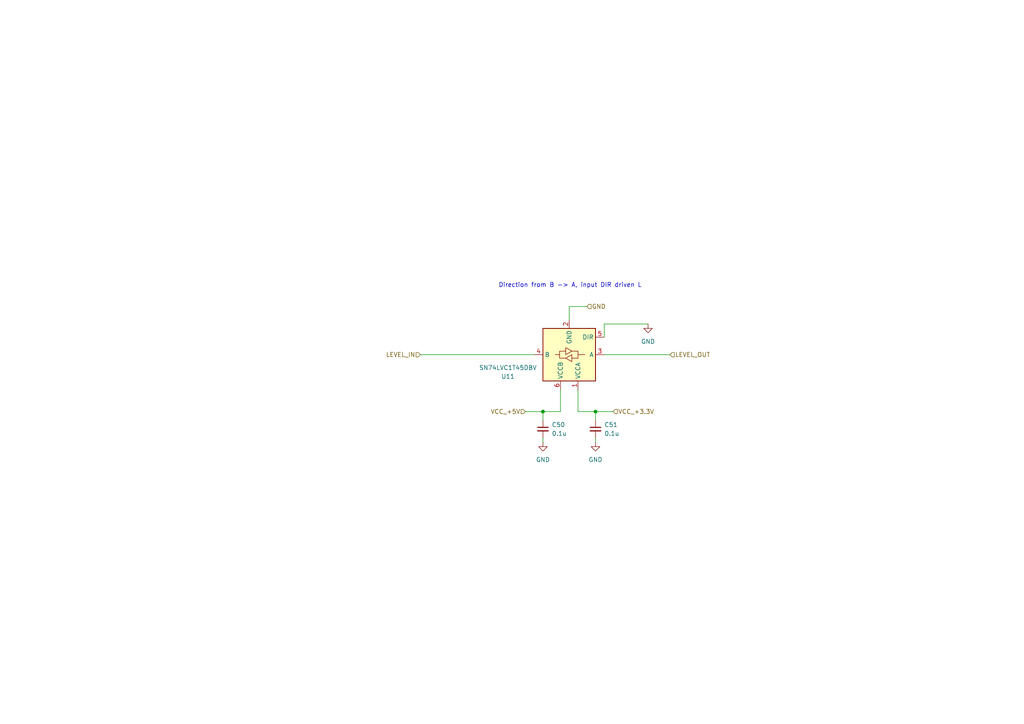
<source format=kicad_sch>
(kicad_sch (version 20250114) (generator "eeschema") (generator_version "9.0")
  (paper "A4")
  (lib_symbols
    (symbol "Device:C_Small" (pin_numbers (hide yes)) (pin_names (offset 0.254) (hide yes))
      (property "Reference" "C" (at 0.254 1.778 0))
      (property "Value" "C_Small" (at 0.254 -2.032 0))
      (symbol "C_Small_0_1"
        (polyline (pts (xy -1.524 0.508) (xy 1.524 0.508)) (stroke (width 0.3048)))
        (polyline (pts (xy -1.524 -0.508) (xy 1.524 -0.508)) (stroke (width 0.3302)))
      )
      (symbol "C_Small_1_1"
        (pin passive line (at 0 2.54 270) (length 2.032) (name "~") (number "1"))
        (pin passive line (at 0 -2.54 90) (length 2.032) (name "~") (number "2"))
      )
    )
    (symbol "Logic_LevelTranslator:SN74LVC1T45DBV"
      (property "Reference" "U" (at -6.35 8.89 0))
      (property "Value" "SN74LVC1T45DBV" (at 3.81 8.89 0))
      (symbol "SN74LVC1T45DBV_0_1"
        (rectangle (start -7.62 7.62) (end 7.62 -7.62) (stroke (width 0.254)) (fill (type background)))
        (polyline (pts (xy -2.54 0) (xy -2.54 1.016) (xy -0.762 1.016)))
        (polyline (pts (xy -0.762 0) (xy -0.762 2.032) (xy 1.016 1.016) (xy -0.762 0)))
        (polyline (pts (xy -0.762 -1.016) (xy -2.54 -1.016) (xy -2.54 0) (xy -4.572 0)))
        (polyline (pts (xy 1.016 1.016) (xy 2.794 1.016) (xy 2.794 0) (xy 4.064 0)))
        (polyline (pts (xy 1.016 0) (xy 1.016 -1.778) (xy 1.016 -2.032) (xy -0.762 -1.016) (xy 1.016 0)))
        (polyline (pts (xy 2.794 0) (xy 2.794 -1.016) (xy 1.016 -1.016)))
      )
      (symbol "SN74LVC1T45DBV_1_1"
        (pin bidirectional line (at -10.16 0 0) (length 2.54) (name "A") (number "3"))
        (pin input line (at -10.16 -5.08 0) (length 2.54) (name "DIR") (number "5"))
        (pin power_in line (at -2.54 10.16 270) (length 2.54) (name "VCCA") (number "1"))
        (pin power_in line (at 0 -10.16 90) (length 2.54) (name "GND") (number "2"))
        (pin power_in line (at 2.54 10.16 270) (length 2.54) (name "VCCB") (number "6"))
        (pin bidirectional line (at 10.16 0 180) (length 2.54) (name "B") (number "4"))
      )
    )
    (symbol "power:GND" (power) (pin_numbers (hide yes)) (pin_names (offset 0) (hide yes))
      (property "Value" "GND" (at 0 -3.81 0))
      (symbol "GND_0_1"
        (polyline (pts (xy 0 0) (xy 0 -1.27) (xy 1.27 -1.27) (xy 0 -2.54) (xy -1.27 -1.27) (xy 0 -1.27)))
      )
      (symbol "GND_1_1"
        (pin power_in line (at 0 0 270) (length 0) (name "~") (number "1"))
      )
    )
  )
  (text "Direction from B -> A, input DIR driven L\n" (at 165.354 82.804 0) (effects (font (size 1.27 1.27))))
  (junction (at 157.48 119.38))
  (junction (at 172.72 119.38))
  (wire (pts (xy 167.64 113.03) (xy 167.64 119.38)))
  (wire (pts (xy 187.96 93.98) (xy 175.26 93.98)))
  (wire (pts (xy 175.26 102.87) (xy 194.31 102.87)))
  (wire (pts (xy 177.8 119.38) (xy 172.72 119.38)))
  (wire (pts (xy 165.1 88.9) (xy 165.1 92.71)))
  (wire (pts (xy 157.48 128.27) (xy 157.48 127)))
  (wire (pts (xy 157.48 121.92) (xy 157.48 119.38)))
  (wire (pts (xy 175.26 93.98) (xy 175.26 97.79)))
  (wire (pts (xy 157.48 119.38) (xy 152.4 119.38)))
  (wire (pts (xy 172.72 119.38) (xy 167.64 119.38)))
  (wire (pts (xy 170.18 88.9) (xy 165.1 88.9)))
  (wire (pts (xy 172.72 121.92) (xy 172.72 119.38)))
  (wire (pts (xy 162.56 119.38) (xy 157.48 119.38)))
  (wire (pts (xy 162.56 113.03) (xy 162.56 119.38)))
  (wire (pts (xy 121.92 102.87) (xy 154.94 102.87)))
  (wire (pts (xy 172.72 127) (xy 172.72 128.27)))
  (hierarchical_label "LEVEL_OUT" (shape input) (at 194.31 102.87 0))
  (hierarchical_label "GND" (shape input) (at 170.18 88.9 0))
  (hierarchical_label "VCC_+3.3V" (shape input) (at 177.8 119.38 0))
  (hierarchical_label "VCC_+5V" (shape input) (at 152.4 119.38 180))
  (hierarchical_label "LEVEL_IN" (shape input) (at 121.92 102.87 180))
  (symbol (lib_id "Logic_LevelTranslator:SN74LVC1T45DBV") (at 165.1 102.87 180) (unit 1)
    (property "Reference" "U11" (at 147.32 109.1886 0))
    (property "Value" "SN74LVC1T45DBV" (at 147.32 106.6486 0))
    (property "Footprint" "Package_TO_SOT_SMD:SOT-23-6" (effects (hide yes)))
    (property "Datasheet" "http://www.ti.com/lit/ds/symlink/sn74lvc1t45.pdf" (effects (hide yes)))
    (property "Description" "Single-Bit Dual-Supply Bus Transceiver With Configurable Voltage Translation and 3-State Outputs, SOT-23-6" (effects (hide yes)))
    (instances (project "bellamu" (path "" (reference "U11") (unit 1)) (path "" (reference "U5") (unit 1))))
  )
  (symbol (lib_id "power:GND") (at 157.48 128.27 0) (unit 1)
    (property "Reference" "#PWR084" (effects (hide yes)))
    (property "Value" "GND" (at 157.48 133.35 0))
    (property "Description" "Power symbol creates a global label with name \"GND\" , ground" (effects (hide yes)))
    (instances (project "bellamu" (path "" (reference "#PWR084") (unit 1)) (path "" (reference "#PWR027") (unit 1))))
  )
  (symbol (lib_id "Device:C_Small") (at 172.72 124.46 0) (unit 1)
    (property "Reference" "C51" (at 175.26 123.1962 0) (effects (justify left)))
    (property "Value" "0.1u" (at 175.26 125.7362 0) (effects (justify left)))
    (property "Footprint" "Capacitor_SMD:C_0603_1608Metric" (effects (hide yes)))
    (property "Description" "Unpolarized capacitor, small symbol" (effects (hide yes)))
    (instances (project "bellamu" (path "" (reference "C51") (unit 1)) (path "" (reference "C25") (unit 1))))
  )
  (symbol (lib_id "power:GND") (at 187.96 93.98 0) (unit 1)
    (property "Reference" "#PWR094" (effects (hide yes)))
    (property "Value" "GND" (at 187.96 99.06 0))
    (property "Description" "Power symbol creates a global label with name \"GND\" , ground" (effects (hide yes)))
    (instances (project "bellamu" (path "" (reference "#PWR094") (unit 1)) (path "" (reference "#PWR095") (unit 1))))
  )
  (symbol (lib_id "Device:C_Small") (at 157.48 124.46 0) (unit 1)
    (property "Reference" "C50" (at 160.02 123.1962 0) (effects (justify left)))
    (property "Value" "0.1u" (at 160.02 125.7362 0) (effects (justify left)))
    (property "Footprint" "Capacitor_SMD:C_0603_1608Metric" (effects (hide yes)))
    (property "Description" "Unpolarized capacitor, small symbol" (effects (hide yes)))
    (instances (project "bellamu" (path "" (reference "C50") (unit 1)) (path "" (reference "C24") (unit 1))))
  )
  (symbol (lib_id "power:GND") (at 172.72 128.27 0) (unit 1)
    (property "Reference" "#PWR085" (effects (hide yes)))
    (property "Value" "GND" (at 172.72 133.35 0))
    (property "Description" "Power symbol creates a global label with name \"GND\" , ground" (effects (hide yes)))
    (instances (project "bellamu" (path "" (reference "#PWR085") (unit 1)) (path "" (reference "#PWR028") (unit 1))))
  )
)
</source>
